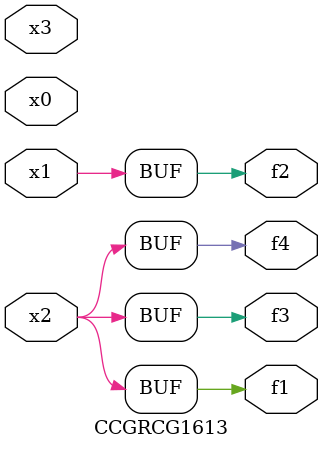
<source format=v>
module CCGRCG1613(
	input x0, x1, x2, x3,
	output f1, f2, f3, f4
);
	assign f1 = x2;
	assign f2 = x1;
	assign f3 = x2;
	assign f4 = x2;
endmodule

</source>
